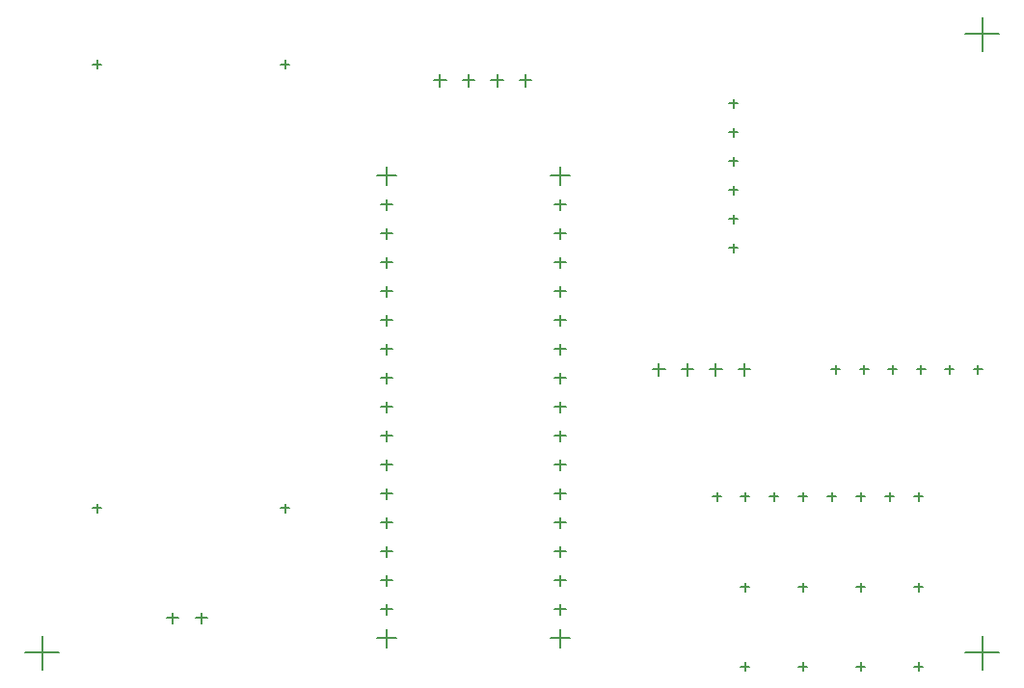
<source format=gbr>
%TF.GenerationSoftware,Altium Limited,Altium Designer,22.5.1 (42)*%
G04 Layer_Color=128*
%FSLAX45Y45*%
%MOMM*%
%TF.SameCoordinates,23F47D9D-8B9D-40EC-A212-7CA489FF55AC*%
%TF.FilePolarity,Positive*%
%TF.FileFunction,Drillmap*%
%TF.Part,Single*%
G01*
G75*
%TA.AperFunction,NonConductor*%
%ADD31C,0.12700*%
D31*
X15100301Y7391400D02*
X15176500D01*
X15138400Y7353300D02*
Y7429500D01*
X15100301Y7137400D02*
X15176500D01*
X15138400Y7099300D02*
Y7175500D01*
X15100301Y6883400D02*
X15176500D01*
X15138400Y6845300D02*
Y6921500D01*
X15100301Y6629400D02*
X15176500D01*
X15138400Y6591300D02*
Y6667500D01*
X15100301Y7645400D02*
X15176500D01*
X15138400Y7607300D02*
Y7683500D01*
X15100301Y7899400D02*
X15176500D01*
X15138400Y7861300D02*
Y7937500D01*
X17172800Y8509000D02*
X17472800D01*
X17322800Y8359000D02*
Y8659000D01*
X8917800Y3073400D02*
X9217800D01*
X9067800Y2923400D02*
Y3223400D01*
X16726500Y2952000D02*
X16801500D01*
X16764000Y2914500D02*
Y2989500D01*
X16726500Y3652000D02*
X16801500D01*
X16764000Y3614500D02*
Y3689500D01*
X16218500Y2952000D02*
X16293500D01*
X16256000Y2914500D02*
Y2989500D01*
X16218500Y3652000D02*
X16293500D01*
X16256000Y3614500D02*
Y3689500D01*
X15710500Y2952000D02*
X15785500D01*
X15748000Y2914500D02*
Y2989500D01*
X15710500Y3652000D02*
X15785500D01*
X15748000Y3614500D02*
Y3689500D01*
X17172800Y3073400D02*
X17472800D01*
X17322800Y2923400D02*
Y3223400D01*
X16725900Y4445000D02*
X16802100D01*
X16764000Y4406900D02*
Y4483100D01*
X16471899Y4445000D02*
X16548100D01*
X16510001Y4406900D02*
Y4483100D01*
X16217900Y4445000D02*
X16294099D01*
X16256000Y4406900D02*
Y4483100D01*
X15963901Y4445000D02*
X16040100D01*
X16002000Y4406900D02*
Y4483100D01*
X15709900Y4445000D02*
X15786099D01*
X15748000Y4406900D02*
Y4483100D01*
X15455901Y4445000D02*
X15532100D01*
X15494000Y4406900D02*
Y4483100D01*
X15201900Y4445000D02*
X15278101D01*
X15239999Y4406900D02*
Y4483100D01*
X14955901Y4445000D02*
X15032100D01*
X14994000Y4406900D02*
Y4483100D01*
X17247301Y5562900D02*
X17323500D01*
X17285400Y5524800D02*
Y5601000D01*
X16997301Y5562900D02*
X17073500D01*
X17035400Y5524800D02*
Y5601000D01*
X16747301Y5562900D02*
X16823500D01*
X16785400Y5524800D02*
Y5601000D01*
X16497301Y5562900D02*
X16573500D01*
X16535400Y5524800D02*
Y5601000D01*
X16247301Y5562900D02*
X16323500D01*
X16285400Y5524800D02*
Y5601000D01*
X15997301Y5562900D02*
X16073500D01*
X16035400Y5524800D02*
Y5601000D01*
X14428999Y5562600D02*
X14535001D01*
X14482001Y5509600D02*
Y5615600D01*
X14678999Y5562600D02*
X14785001D01*
X14732001Y5509600D02*
Y5615600D01*
X14928999Y5562600D02*
X15035001D01*
X14982001Y5509600D02*
Y5615600D01*
X15178999Y5562600D02*
X15285001D01*
X15232001Y5509600D02*
Y5615600D01*
X12509225Y8102600D02*
X12615225D01*
X12562225Y8049600D02*
Y8155600D01*
X12759225Y8102600D02*
X12865225D01*
X12812225Y8049600D02*
Y8155600D01*
X13009225Y8102600D02*
X13115225D01*
X13062225Y8049600D02*
Y8155600D01*
X13259225Y8102600D02*
X13365225D01*
X13312225Y8049600D02*
Y8155600D01*
X10164800Y3378200D02*
X10264800D01*
X10214800Y3328200D02*
Y3428200D01*
X10414800Y3378200D02*
X10514800D01*
X10464800Y3328200D02*
Y3428200D01*
X9512300Y8243400D02*
X9588500D01*
X9550400Y8205300D02*
Y8281500D01*
X11162300Y4343400D02*
X11238500D01*
X11200400Y4305300D02*
Y4381500D01*
X9512300Y4343400D02*
X9588500D01*
X9550400Y4305300D02*
Y4381500D01*
X11162300Y8243400D02*
X11238500D01*
X11200400Y8205300D02*
Y8281500D01*
X12007850Y3200400D02*
X12172950D01*
X12090400Y3117850D02*
Y3282950D01*
X13531850Y3200400D02*
X13696950D01*
X13614400Y3117850D02*
Y3282950D01*
X12007850Y7264400D02*
X12172950D01*
X12090400Y7181850D02*
Y7346950D01*
X13531850Y7264400D02*
X13696950D01*
X13614400Y7181850D02*
Y7346950D01*
X12040400Y3454400D02*
X12140400D01*
X12090400Y3404400D02*
Y3504400D01*
X12040400Y3708400D02*
X12140400D01*
X12090400Y3658400D02*
Y3758400D01*
X12040400Y3962400D02*
X12140400D01*
X12090400Y3912400D02*
Y4012400D01*
X12040400Y4216400D02*
X12140400D01*
X12090400Y4166400D02*
Y4266400D01*
X12040400Y4470400D02*
X12140400D01*
X12090400Y4420400D02*
Y4520400D01*
X12040400Y4724400D02*
X12140400D01*
X12090400Y4674400D02*
Y4774400D01*
X12040400Y4978400D02*
X12140400D01*
X12090400Y4928400D02*
Y5028400D01*
X12040400Y5232400D02*
X12140400D01*
X12090400Y5182400D02*
Y5282400D01*
X12040400Y5486400D02*
X12140400D01*
X12090400Y5436400D02*
Y5536400D01*
X12040400Y5740400D02*
X12140400D01*
X12090400Y5690400D02*
Y5790400D01*
X12040400Y5994400D02*
X12140400D01*
X12090400Y5944400D02*
Y6044400D01*
X12040400Y6248400D02*
X12140400D01*
X12090400Y6198400D02*
Y6298400D01*
X12040400Y6502400D02*
X12140400D01*
X12090400Y6452400D02*
Y6552400D01*
X12040400Y6756400D02*
X12140400D01*
X12090400Y6706400D02*
Y6806400D01*
X12040400Y7010400D02*
X12140400D01*
X12090400Y6960400D02*
Y7060400D01*
X13564400Y7010400D02*
X13664400D01*
X13614400Y6960400D02*
Y7060400D01*
X13564400Y6756400D02*
X13664400D01*
X13614400Y6706400D02*
Y6806400D01*
X13564400Y6502400D02*
X13664400D01*
X13614400Y6452400D02*
Y6552400D01*
X13564400Y6248400D02*
X13664400D01*
X13614400Y6198400D02*
Y6298400D01*
X13564400Y5994400D02*
X13664400D01*
X13614400Y5944400D02*
Y6044400D01*
X13564400Y5740400D02*
X13664400D01*
X13614400Y5690400D02*
Y5790400D01*
X13564400Y5486400D02*
X13664400D01*
X13614400Y5436400D02*
Y5536400D01*
X13564400Y5232400D02*
X13664400D01*
X13614400Y5182400D02*
Y5282400D01*
X13564400Y4978400D02*
X13664400D01*
X13614400Y4928400D02*
Y5028400D01*
X13564400Y4724400D02*
X13664400D01*
X13614400Y4674400D02*
Y4774400D01*
X13564400Y4470400D02*
X13664400D01*
X13614400Y4420400D02*
Y4520400D01*
X13564400Y4216400D02*
X13664400D01*
X13614400Y4166400D02*
Y4266400D01*
X13564400Y3962400D02*
X13664400D01*
X13614400Y3912400D02*
Y4012400D01*
X13564400Y3708400D02*
X13664400D01*
X13614400Y3658400D02*
Y3758400D01*
X13564400Y3454400D02*
X13664400D01*
X13614400Y3404400D02*
Y3504400D01*
X15202499Y2952000D02*
X15277499D01*
X15239999Y2914500D02*
Y2989500D01*
X15202499Y3652000D02*
X15277499D01*
X15239999Y3614500D02*
Y3689500D01*
%TF.MD5,9f78701301534193b6966b29e53ffb86*%
M02*

</source>
